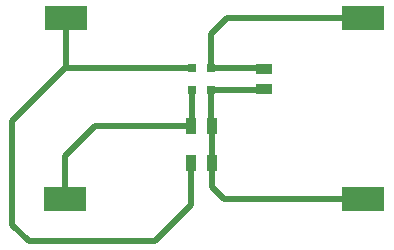
<source format=gtl>
G04 Layer_Physical_Order=1*
G04 Layer_Color=255*
%FSLAX25Y25*%
%MOIN*%
G70*
G01*
G75*
%ADD10R,0.03347X0.05512*%
%ADD11R,0.14370X0.08071*%
%ADD12R,0.03150X0.03150*%
%ADD13R,0.05512X0.03347*%
%ADD14C,0.02000*%
D10*
X74000Y-65000D02*
D03*
X67110D02*
D03*
X74000Y-52500D02*
D03*
X67110D02*
D03*
D11*
X124500Y-16500D02*
D03*
X25500D02*
D03*
X25000Y-77000D02*
D03*
X124500D02*
D03*
D12*
X67350Y-33260D02*
D03*
Y-40740D02*
D03*
X73650D02*
D03*
Y-33260D02*
D03*
D13*
X91500Y-33555D02*
D03*
Y-40445D02*
D03*
D14*
X25500Y-33000D02*
Y-16500D01*
X7500Y-51000D02*
X25500Y-33000D01*
X7500Y-85500D02*
Y-51000D01*
X25500Y-33260D02*
X67350D01*
X78000Y-77000D02*
X124500D01*
X74000Y-73000D02*
X78000Y-77000D01*
X74000Y-73000D02*
Y-65000D01*
X13000Y-91000D02*
X55000D01*
X7500Y-85500D02*
X13000Y-91000D01*
X55000D02*
X67110Y-78890D01*
Y-65000D01*
X25000Y-77000D02*
Y-62500D01*
X35000Y-52500D01*
X67110D01*
X67350Y-52260D01*
Y-40740D01*
X73650Y-21850D02*
X79000Y-16500D01*
X73650Y-33260D02*
Y-21850D01*
X79000Y-16500D02*
X124500D01*
X74000Y-65000D02*
Y-52500D01*
X73650Y-52150D02*
X74000Y-52500D01*
X73650Y-52150D02*
Y-40740D01*
X91205D02*
X91500Y-40445D01*
X73650Y-40740D02*
X91205D01*
Y-33260D02*
X91500Y-33555D01*
X73650Y-33260D02*
X91205D01*
M02*

</source>
